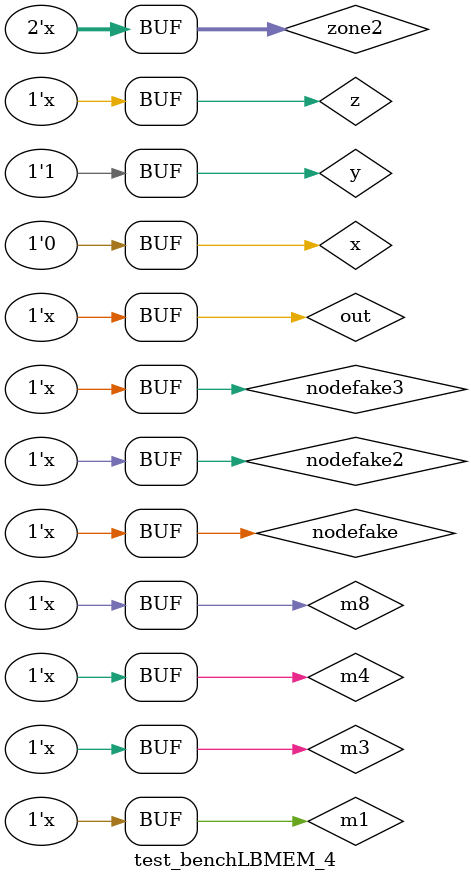
<source format=v>
module test_benchLBMEM_4;

wire m8,m1,m2,m3,m4,m5,m6,m7,z;
reg x,y,nodefake, nodefake2, nodefake3;
reg [1:0] zone1,zone2,zone3;
parameter [1:0]
	switch=1,
	hold=2,
	rele=3,
	relax=0;
assign m8= nodefake;	
assign z= nodefake2;
assign out= nodefake2;
assign m3 = nodefake2;
assign m4 = nodefake2;
assign m1 = nodefake2;

Wire_4 W1 (
	   .A(x), 
	   .B(m1), 
	   .status(zone1)
	   );

Wire_4 W2 (
	    .A(y), 
	    .B(m7), 
	    .status(zone1)
	  );

Wire_bi5  WBI1 (
		.A(z), 
		.B(m3), 
		.status(zone1)
		);

MajorityVoter_bi4 MV1 (
			 .A(m1),
			 .B(m5), 
			 .Zp(m4),
			 .Z(m2),
			 .status(zone2), 
			 .fault1(1'b0), 
			 .fault0(1'b0)
			 );

Wire_bi5 W4 (
	   .A(m4), 
	   .B(m8), 
	   .status(zone2)
	   );
	   
Wire_bi5 W5 (
	   .A(m8), 
	   .B(out), 
	   .status(zone3)
	   );	   

LShapedWire_bi4 LSBI1(
		.A(m2), 
		.B(m3), 
		.fault(1'b0), 
		.status(zone2)
		);
		
LShapedWire_4 LS1 (
 		.A(m7), 
 		.B(m5), 
 		.status(zone2),
 		.fault(1'b0)
 		);


initial  
begin     
	x =0;     
 	y =0;
 	zone1<=2;
 	zone2<=2;
 	zone3<=3;
	nodefake <=0;
	nodefake3 <=1'bz;
	nodefake2 <=1'bz;
	#110	nodefake <=1'bz;
end     
always
    begin
	#50  x <=1;
	#0   y <=1;
	#200 x <=0;
	#0   y <=1;
	#200 x <=0;
	#0   y <=0;
	#200 x <=1;
	#0   y <=0;
	#200 x <=0;
	#0   y<=1; 
    end
//period=200
always@(zone1)
	begin
		case (zone1)
			hold : #100 zone1 <= zone1 +1;
			rele :  #25 zone1  <=  zone1 +1 ;
			relax : #50 zone1 <=  zone1 +1; 
			switch :  #25 zone1 <= zone1 +1 ;
		endcase
	end	
			
always@(zone2)
	begin
	#25  zone2 <= zone2 +1 ;
	end	
			
always@(zone3)
	begin
		case (zone3)
			hold : #75 zone3 <=  zone3 +1;
			rele : #25 zone3  <=  zone3 +1;
			relax :  #75  zone3 <= zone3 +1; 
			switch :  #25  zone3 <= zone3 +1;
		endcase
	end	

endmodule





</source>
